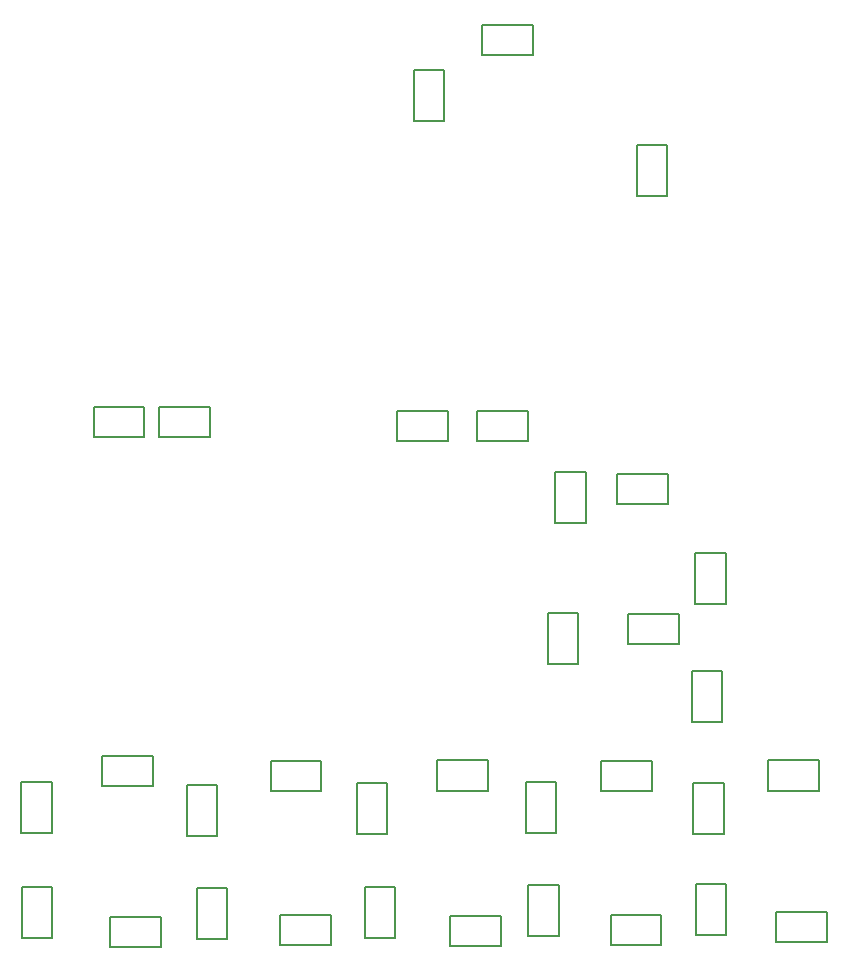
<source format=gbr>
%TF.GenerationSoftware,Altium Limited,Altium Designer,19.0.15 (446)*%
G04 Layer_Color=8388736*
%FSLAX26Y26*%
%MOIN*%
%TF.FileFunction,Other,Mechanical_10*%
%TF.Part,Single*%
G01*
G75*
%TA.AperFunction,NonConductor*%
%ADD57C,0.007874*%
D57*
X4173304Y64838D02*
Y234374D01*
X4273942D01*
Y64838D02*
Y234374D01*
X4173304Y64838D02*
X4273942D01*
X3628422Y59720D02*
Y229256D01*
X3729060D01*
Y59720D02*
Y229256D01*
X3628422Y59720D02*
X3729060D01*
X2777830Y29602D02*
X2947366D01*
X2777830D02*
Y130240D01*
X2947366D01*
Y29602D02*
Y130240D01*
X3067004Y55784D02*
Y225318D01*
X3167642D01*
Y55784D02*
Y225318D01*
X3067004Y55784D02*
X3167642D01*
X4002240Y1715822D02*
Y1816460D01*
Y1715822D02*
X4171776D01*
Y1816460D01*
X4002240D02*
X4171776D01*
X3734918Y1713854D02*
Y1814492D01*
Y1713854D02*
X3904452D01*
Y1814492D01*
X3734918D02*
X3904452D01*
X2941610Y1729602D02*
Y1830240D01*
Y1729602D02*
X3111146D01*
Y1830240D01*
X2941610D02*
X3111146D01*
X2723500Y1729602D02*
Y1830240D01*
Y1729602D02*
X2893036D01*
Y1830240D01*
X2723500D02*
X2893036D01*
X2484720Y58570D02*
Y228106D01*
X2585358D01*
Y58570D02*
Y228106D01*
X2484720Y58570D02*
X2585358D01*
X2753028Y564642D02*
X2922564D01*
X2753028D02*
Y665280D01*
X2922564D01*
Y564642D02*
Y665280D01*
X3344760Y35508D02*
X3514296D01*
X3344760D02*
Y136146D01*
X3514296D01*
Y35508D02*
Y136146D01*
X3910902Y31964D02*
X4080438D01*
X3910902D02*
Y132602D01*
X4080438D01*
Y31964D02*
Y132602D01*
X4164642Y578862D02*
X4265280D01*
X4164642Y409326D02*
Y578862D01*
Y409326D02*
X4265280D01*
Y578862D01*
X4972712Y549682D02*
X5142248D01*
X4972712D02*
Y650320D01*
X5142248D01*
Y549682D02*
Y650320D01*
X4999878Y44170D02*
X5169414D01*
X4999878D02*
Y144808D01*
X5169414D01*
Y44170D02*
Y144808D01*
X4447122Y35902D02*
X4616658D01*
X4447122D02*
Y136540D01*
X4616658D01*
Y35902D02*
Y136540D01*
X4730390Y67594D02*
Y237130D01*
X4831028D01*
Y67594D02*
Y237130D01*
X4730390Y67594D02*
X4831028D01*
X4723304Y575712D02*
X4823940D01*
X4723304Y406178D02*
Y575712D01*
Y406178D02*
X4823940D01*
Y575712D01*
X4415626Y548894D02*
X4585162D01*
X4415626D02*
Y649532D01*
X4585162D01*
Y548894D02*
Y649532D01*
X3869170Y549682D02*
X4038704D01*
X3869170D02*
Y650320D01*
X4038704D01*
Y549682D02*
Y650320D01*
X3313658Y548894D02*
X3483194D01*
X3313658D02*
Y649532D01*
X3483194D01*
Y548894D02*
Y649532D01*
X4534218Y2532418D02*
Y2701954D01*
X4634856D01*
Y2532418D02*
Y2701954D01*
X4534218Y2532418D02*
X4634856D01*
X4017880Y3103332D02*
X4187414D01*
Y3002694D02*
Y3103332D01*
X4017880Y3002694D02*
X4187414D01*
X4017880D02*
Y3103332D01*
X3891658Y2782556D02*
Y2952090D01*
X3791020Y2782556D02*
X3891658D01*
X3791020D02*
Y2952090D01*
X3891658D01*
X3702288Y404208D02*
Y573744D01*
X3601650Y404208D02*
X3702288D01*
X3601650D02*
Y573744D01*
X3702288D01*
X3134964Y399090D02*
Y568626D01*
X3034326Y399090D02*
X3134964D01*
X3034326D02*
Y568626D01*
X3134964D01*
X2583784Y408934D02*
Y578468D01*
X2483146Y408934D02*
X2583784D01*
X2483146D02*
Y578468D01*
X2583784D01*
X4830240Y1170744D02*
Y1340280D01*
X4729602Y1170744D02*
X4830240D01*
X4729602D02*
Y1340280D01*
X4830240D01*
X4820004Y780192D02*
Y949728D01*
X4719366Y780192D02*
X4820004D01*
X4719366D02*
Y949728D01*
X4820004D01*
X4469956Y1503750D02*
X4639492D01*
X4469956D02*
Y1604388D01*
X4639492D01*
Y1503750D02*
Y1604388D01*
X4504996Y1039052D02*
X4674532D01*
X4504996D02*
Y1139690D01*
X4674532D01*
Y1039052D02*
Y1139690D01*
X4238264Y973500D02*
Y1143036D01*
X4338902D01*
Y973500D02*
Y1143036D01*
X4238264Y973500D02*
X4338902D01*
X4263460Y1443578D02*
Y1613114D01*
X4364098D01*
Y1443578D02*
Y1613114D01*
X4263460Y1443578D02*
X4364098D01*
%TF.MD5,217521130b0307f3363e46adff17b4ff*%
M02*

</source>
